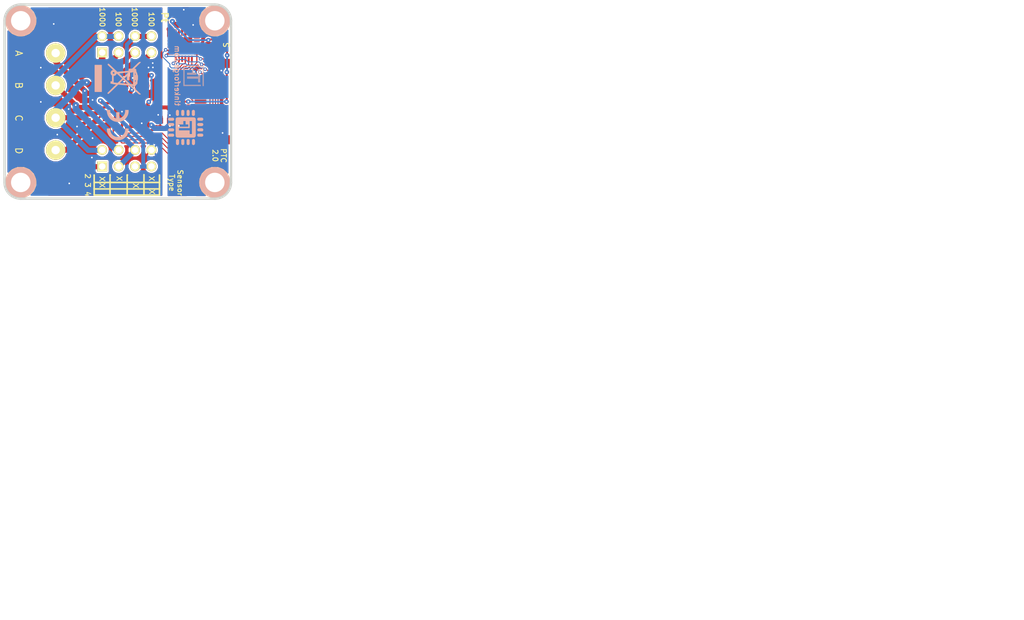
<source format=kicad_pcb>
(kicad_pcb (version 4) (host pcbnew 4.0.7-e2-6376~61~ubuntu18.04.1)
  (title_block (title "PTC Bricklet") (date "25 jun 2013") (rev 1.0) (company "Tinkerforge GmbH") (comment 1 "Licensed under CERN OHL v.1.1") (comment 2 "Copyright (©) 2013, B.Nordmeyer <bastian@tinkerforge.com>"))
  (layers (0 Vorderseite signal) (31 Rückseite signal hide) (34 B.Paste user) (35 F.Paste user) (36 B.SilkS user) (37 F.SilkS user) (38 B.Mask user) (39 F.Mask user) (44 Edge.Cuts user))
  (net 0 "")
  (net 1 AGND)
  (net 2 FORCE+)
  (net 3 FORCE-)
  (net 4 FORCE2)
  (net 5 GND)
  (net 6 RTDIN+)
  (net 7 RTDIN-)
  (net 8 VCC)
  (net 9 "Net-(P1-Pad4)")
  (net 10 "Net-(P1-Pad5)")
  (net 11 "Net-(P1-Pad6)")
  (net 12 "Net-(C1-Pad1)")
  (net 13 "Net-(C6-Pad1)")
  (net 14 "Net-(C7-Pad2)")
  (net 15 "Net-(C8-Pad2)")
  (net 16 "Net-(D1-Pad2)")
  (net 17 "Net-(P2-Pad1)")
  (net 18 "Net-(P3-Pad2)")
  (net 19 "Net-(R1-Pad1)")
  (net 20 "Net-(P4-Pad7)")
  (net 21 "Net-(R2-Pad2)")
  (net 22 "Net-(P4-Pad5)")
  (net 23 S-MISO)
  (net 24 S-MOSI)
  (net 25 S-CLK)
  (net 26 S-CS)
  (net 27 "Net-(RP2-Pad1)")
  (net 28 "Net-(RP2-Pad2)")
  (net 29 "Net-(RP2-Pad3)")
  (net 30 "Net-(RP2-Pad4)")
  (net 31 M-MISO)
  (net 32 M-MOSI)
  (net 33 M-CLK)
  (net 34 M-CS)
  (net 35 "Net-(P4-Pad6)")
  (module kicad-libraries:Fiducial_Mark (layer Vorderseite) (at 153.8 98.5)
    (fp_text reference Fiducial_Mark hide)
    (fp_text value VAL** hide)
    (pad 1 smd circle (at 0 0) (size 1.00076 1.00076) (layers Vorderseite F.Paste F.Mask) (clearance 0.65024))
  )
  (module kicad-libraries:Logo_31x31 (layer Rückseite) (at 155.7 82.55 90)
    (fp_text reference G*** hide)
    (fp_text value Logo_31x31 hide)
  )
  (module kicad-libraries:Fiducial_Mark (layer Vorderseite) (at 153.9 71.5)
    (fp_text reference Fiducial_Mark hide)
    (fp_text value VAL** hide)
    (pad 1 smd circle (at 0 0) (size 1.00076 1.00076) (layers Vorderseite F.Paste F.Mask) (clearance 0.65024))
  )
  (module kicad-libraries:Fiducial_Mark (layer Vorderseite) (at 130.9 98.4)
    (fp_text reference Fiducial_Mark hide)
    (fp_text value VAL** hide)
    (pad 1 smd circle (at 0 0) (size 1.00076 1.00076) (layers Vorderseite F.Paste F.Mask) (clearance 0.65024))
  )
  (module kicad-libraries:CE_5mm (layer Rückseite) (at 142.4 88.55 90)
    (fp_text reference VAL hide)
    (fp_text value CE_5mm hide)
  )
  (module kicad-libraries:WEEE_7mm (layer Rückseite) (at 142.4 81.35 90)
    (fp_text reference VAL hide)
    (fp_text value WEEE_7mm hide)
  )
  (module kicad-libraries:Fiducial_Mark (layer Vorderseite) (at 130.9 71.5)
    (fp_text reference Fiducial_Mark hide)
    (fp_text value VAL** hide)
    (pad 1 smd circle (at 0 0) (size 1.00076 1.00076) (layers Vorderseite F.Paste F.Mask) (clearance 0.65024))
  )
  (module kicad-libraries:DEBUG_PAD (layer Vorderseite) (at 150.3 73.75)
    (fp_text reference P2)
    (fp_text value Debug)
    (pad 1 smd circle (at 0 0) (size 0.7 0.7) (layers Vorderseite F.Paste F.Mask) (net 17 "Net-(P2-Pad1)"))
  )
  (module kicad-libraries:SolderJumper (layer Vorderseite) (at 151.55 71.3 180)
    (fp_text reference P3)
    (fp_text value Boot)
    (pad 2 smd rect (at 0.55 0 180) (size 0.3 1.4) (layers Vorderseite F.Mask) (net 18 "Net-(P3-Pad2)"))
    (pad 2 smd rect (at 0.15 0 180) (size 0.6 0.5) (layers Vorderseite F.Mask) (net 18 "Net-(P3-Pad2)"))
    (pad 1 smd rect (at -0.5 0 180) (size 0.4 1.4) (layers Vorderseite F.Mask) (net 5 GND))
    (pad 1 smd rect (at -0.225 0.55 180) (size 0.95 0.3) (layers Vorderseite F.Mask) (net 5 GND))
    (pad 1 smd rect (at -0.225 -0.55 180) (size 0.95 0.3) (layers Vorderseite F.Mask) (net 5 GND))
  )
  (module kicad-libraries:4X0402 (layer Vorderseite) (at 151.8 81.45)
    (fp_text reference RP1)
    (fp_text value 82)
    (pad 1 smd rect (at -0.7493 0.575 180) (size 0.29972 0.65) (layers Vorderseite F.Paste F.Mask) (net 9 "Net-(P1-Pad4)"))
    (pad 2 smd rect (at -0.24892 0.575 180) (size 0.29972 0.65) (layers Vorderseite F.Paste F.Mask) (net 10 "Net-(P1-Pad5)"))
    (pad 3 smd rect (at 0.24892 0.575 180) (size 0.29972 0.65) (layers Vorderseite F.Paste F.Mask) (net 11 "Net-(P1-Pad6)"))
    (pad 4 smd rect (at 0.7493 0.575 180) (size 0.29972 0.65) (layers Vorderseite F.Paste F.Mask) (net 12 "Net-(C1-Pad1)"))
    (pad 5 smd rect (at 0.7493 -0.575) (size 0.29972 0.65) (layers Vorderseite F.Paste F.Mask) (net 23 S-MISO))
    (pad 6 smd rect (at 0.24892 -0.575) (size 0.29972 0.65) (layers Vorderseite F.Paste F.Mask) (net 24 S-MOSI))
    (pad 7 smd rect (at -0.24892 -0.575) (size 0.29972 0.65) (layers Vorderseite F.Paste F.Mask) (net 25 S-CLK))
    (pad 8 smd rect (at -0.7493 -0.575) (size 0.29972 0.65) (layers Vorderseite F.Paste F.Mask) (net 26 S-CS))
  )
  (module kicad-libraries:QFN24-4x4mm-0.5mm (layer Vorderseite) (at 152.6 76.3 180)
    (fp_text reference U1)
    (fp_text value XMC1100)
    (pad 1 smd oval (at -2.025 -1.25 180) (size 1 0.3) (layers Vorderseite F.Paste F.Mask) (net 23 S-MISO))
    (pad 2 smd oval (at -2.025 -0.75 180) (size 1 0.3) (layers Vorderseite F.Paste F.Mask) (net 19 "Net-(R1-Pad1)"))
    (pad 3 smd oval (at -2.025 -0.25 180) (size 1 0.3) (layers Vorderseite F.Paste F.Mask))
    (pad 4 smd oval (at -2.025 0.25 180) (size 1 0.3) (layers Vorderseite F.Paste F.Mask))
    (pad 5 smd oval (at -2.025 0.75 180) (size 1 0.3) (layers Vorderseite F.Paste F.Mask))
    (pad 6 smd oval (at -2.025 1.25 180) (size 1 0.3) (layers Vorderseite F.Paste F.Mask))
    (pad 7 smd oval (at -1.25 2.025 270) (size 1 0.3) (layers Vorderseite F.Paste F.Mask))
    (pad 8 smd oval (at -0.75 2.025 270) (size 1 0.3) (layers Vorderseite F.Paste F.Mask))
    (pad 9 smd oval (at -0.25 2.025 270) (size 1 0.3) (layers Vorderseite F.Paste F.Mask) (net 5 GND))
    (pad 10 smd oval (at 0.25 2.025 270) (size 1 0.3) (layers Vorderseite F.Paste F.Mask) (net 8 VCC))
    (pad 11 smd oval (at 0.75 2.025 270) (size 1 0.3) (layers Vorderseite F.Paste F.Mask))
    (pad 12 smd oval (at 1.25 2.025 270) (size 1 0.3) (layers Vorderseite F.Paste F.Mask) (net 18 "Net-(P3-Pad2)"))
    (pad 13 smd oval (at 2.025 1.25 180) (size 1 0.3) (layers Vorderseite F.Paste F.Mask) (net 17 "Net-(P2-Pad1)"))
    (pad 14 smd oval (at 2.025 0.75 180) (size 1 0.3) (layers Vorderseite F.Paste F.Mask))
    (pad 15 smd oval (at 2.025 0.25 180) (size 1 0.3) (layers Vorderseite F.Paste F.Mask))
    (pad 16 smd oval (at 2.025 -0.25 180) (size 1 0.3) (layers Vorderseite F.Paste F.Mask))
    (pad 17 smd oval (at 2.025 -0.75 180) (size 1 0.3) (layers Vorderseite F.Paste F.Mask) (net 31 M-MISO))
    (pad 18 smd oval (at 2.025 -1.25 180) (size 1 0.3) (layers Vorderseite F.Paste F.Mask) (net 32 M-MOSI))
    (pad 19 smd oval (at 1.25 -2.025 270) (size 1 0.3) (layers Vorderseite F.Paste F.Mask) (net 33 M-CLK))
    (pad 20 smd oval (at 0.75 -2.025 270) (size 1 0.3) (layers Vorderseite F.Paste F.Mask) (net 34 M-CS))
    (pad 21 smd oval (at 0.25 -2.025 270) (size 1 0.3) (layers Vorderseite F.Paste F.Mask))
    (pad 22 smd oval (at -0.25 -2.025 270) (size 1 0.3) (layers Vorderseite F.Paste F.Mask) (net 26 S-CS))
    (pad 23 smd oval (at -0.75 -2.025 270) (size 1 0.3) (layers Vorderseite F.Paste F.Mask) (net 25 S-CLK))
    (pad 24 smd oval (at -1.25 -2.025 270) (size 1 0.3) (layers Vorderseite F.Paste F.Mask) (net 24 S-MOSI))
    (pad EXP smd rect (at 0.65 0.65 180) (size 1.3 1.3) (layers Vorderseite F.Paste F.Mask) (net 5 GND))
    (pad EXP smd rect (at 0.65 -0.65 180) (size 1.3 1.3) (layers Vorderseite F.Paste F.Mask) (net 5 GND))
    (pad EXP smd rect (at -0.65 0.65 180) (size 1.3 1.3) (layers Vorderseite F.Paste F.Mask) (net 5 GND))
    (pad EXP smd rect (at -0.65 -0.65 180) (size 1.3 1.3) (layers Vorderseite F.Paste F.Mask) (net 5 GND))
  )
  (module kicad-libraries:pin_array_4x2 (layer Vorderseite) (at 143.8 76.1)
    (fp_text reference P4)
    (fp_text value CONN_02X04 hide)
    (pad 1 thru_hole rect (at -3.81 1.27) (size 1.524 1.524) (drill 1.016) (layers *.Cu *.Mask F.SilkS) (net 15 "Net-(C8-Pad2)"))
    (pad 2 thru_hole circle (at -3.81 -1.27) (size 1.524 1.524) (drill 1.016) (layers *.Cu *.Mask F.SilkS) (net 6 RTDIN+))
    (pad 3 thru_hole circle (at -1.27 1.27) (size 1.524 1.524) (drill 1.016) (layers *.Cu *.Mask F.SilkS) (net 14 "Net-(C7-Pad2)"))
    (pad 4 thru_hole circle (at -1.27 -1.27) (size 1.524 1.524) (drill 1.016) (layers *.Cu *.Mask F.SilkS) (net 6 RTDIN+))
    (pad 5 thru_hole circle (at 1.27 1.27) (size 1.524 1.524) (drill 1.016) (layers *.Cu *.Mask F.SilkS) (net 22 "Net-(P4-Pad5)"))
    (pad 6 thru_hole circle (at 1.27 -1.27) (size 1.524 1.524) (drill 1.016) (layers *.Cu *.Mask F.SilkS) (net 35 "Net-(P4-Pad6)"))
    (pad 7 thru_hole circle (at 3.81 1.27) (size 1.524 1.524) (drill 1.016) (layers *.Cu *.Mask F.SilkS) (net 20 "Net-(P4-Pad7)"))
    (pad 8 thru_hole circle (at 3.81 -1.27) (size 1.524 1.524) (drill 1.016) (layers *.Cu *.Mask F.SilkS) (net 35 "Net-(P4-Pad6)"))
  )
  (module kicad-libraries:pin_array_4x2 (layer Vorderseite) (at 143.8 93.7)
    (fp_text reference P5)
    (fp_text value CONN_02X04 hide)
    (pad 1 thru_hole rect (at -3.81 1.27) (size 1.524 1.524) (drill 1.016) (layers *.Cu *.Mask F.SilkS) (net 3 FORCE-))
    (pad 2 thru_hole circle (at -3.81 -1.27) (size 1.524 1.524) (drill 1.016) (layers *.Cu *.Mask F.SilkS) (net 7 RTDIN-))
    (pad 3 thru_hole circle (at -1.27 1.27) (size 1.524 1.524) (drill 1.016) (layers *.Cu *.Mask F.SilkS) (net 2 FORCE+))
    (pad 4 thru_hole circle (at -1.27 -1.27) (size 1.524 1.524) (drill 1.016) (layers *.Cu *.Mask F.SilkS) (net 6 RTDIN+))
    (pad 5 thru_hole circle (at 1.27 1.27) (size 1.524 1.524) (drill 1.016) (layers *.Cu *.Mask F.SilkS) (net 4 FORCE2))
    (pad 6 thru_hole circle (at 1.27 -1.27) (size 1.524 1.524) (drill 1.016) (layers *.Cu *.Mask F.SilkS) (net 2 FORCE+))
    (pad 7 thru_hole circle (at 3.81 1.27) (size 1.524 1.524) (drill 1.016) (layers *.Cu *.Mask F.SilkS) (net 4 FORCE2))
    (pad 8 thru_hole circle (at 3.81 -1.27) (size 1.524 1.524) (drill 1.016) (layers *.Cu *.Mask F.SilkS) (net 1 AGND))
  )
  (module kicad-libraries:Logo_CoMCU (layer Rückseite) (at 152.9 88.95 90)
    (fp_text reference G*** hide)
    (fp_text value LOGO hide)
  )
  (module kicad-libraries:C0402F (layer Vorderseite) (at 153.5 81.45 90)
    (fp_text reference C1)
    (fp_text value 220pF)
    (pad 2 smd rect (at 0.5 0 90) (size 0.6 0.7) (layers Vorderseite F.Paste F.Mask) (net 5 GND))
    (pad 1 smd rect (at -0.5 0 90) (size 0.6 0.7) (layers Vorderseite F.Paste F.Mask) (net 12 "Net-(C1-Pad1)"))
  )
  (module kicad-libraries:C0805 (layer Vorderseite) (at 153.2 86.9 270)
    (fp_text reference C2)
    (fp_text value 10uF)
    (pad 1 smd rect (at -1.00076 0 270) (size 1.00076 1.24968) (layers Vorderseite F.Paste F.Mask) (net 8 VCC) (clearance 0.14986))
    (pad 2 smd rect (at 1.00076 0 270) (size 1.00076 1.24968) (layers Vorderseite F.Paste F.Mask) (net 5 GND) (clearance 0.14986))
  )
  (module kicad-libraries:C0603F (layer Vorderseite) (at 151.8 87.1 270)
    (fp_text reference C3)
    (fp_text value 100nF)
    (pad 1 smd rect (at -0.75 0 270) (size 0.9 0.9) (layers Vorderseite F.Paste F.Mask) (net 8 VCC))
    (pad 2 smd rect (at 0.75 0 270) (size 0.9 0.9) (layers Vorderseite F.Paste F.Mask) (net 5 GND))
  )
  (module kicad-libraries:C0603F (layer Vorderseite) (at 152.35 73.1)
    (fp_text reference C4)
    (fp_text value 100nF)
    (pad 1 smd rect (at -0.75 0) (size 0.9 0.9) (layers Vorderseite F.Paste F.Mask) (net 8 VCC))
    (pad 2 smd rect (at 0.75 0) (size 0.9 0.9) (layers Vorderseite F.Paste F.Mask) (net 5 GND))
  )
  (module kicad-libraries:C0603F (layer Vorderseite) (at 146.9 86.6 90)
    (fp_text reference C5)
    (fp_text value 100nF)
    (pad 1 smd rect (at -0.75 0 90) (size 0.9 0.9) (layers Vorderseite F.Paste F.Mask) (net 5 GND))
    (pad 2 smd rect (at 0.75 0 90) (size 0.9 0.9) (layers Vorderseite F.Paste F.Mask) (net 8 VCC))
  )
  (module kicad-libraries:C0603F (layer Vorderseite) (at 145.5 81.7 90)
    (fp_text reference C6)
    (fp_text value 100nF)
    (pad 1 smd rect (at -0.75 0 90) (size 0.9 0.9) (layers Vorderseite F.Paste F.Mask) (net 13 "Net-(C6-Pad1)"))
    (pad 2 smd rect (at 0.75 0 90) (size 0.9 0.9) (layers Vorderseite F.Paste F.Mask) (net 1 AGND))
  )
  (module kicad-libraries:C0603F (layer Vorderseite) (at 140.1 81.6 90)
    (fp_text reference C7)
    (fp_text value 10nF)
    (pad 1 smd rect (at -0.75 0 90) (size 0.9 0.9) (layers Vorderseite F.Paste F.Mask) (net 7 RTDIN-))
    (pad 2 smd rect (at 0.75 0 90) (size 0.9 0.9) (layers Vorderseite F.Paste F.Mask) (net 14 "Net-(C7-Pad2)"))
  )
  (module kicad-libraries:C0603F (layer Vorderseite) (at 138.7 81.6 90)
    (fp_text reference C8)
    (fp_text value 100nF)
    (pad 1 smd rect (at -0.75 0 90) (size 0.9 0.9) (layers Vorderseite F.Paste F.Mask) (net 7 RTDIN-))
    (pad 2 smd rect (at 0.75 0 90) (size 0.9 0.9) (layers Vorderseite F.Paste F.Mask) (net 15 "Net-(C8-Pad2)"))
  )
  (module kicad-libraries:D0603F (layer Vorderseite) (at 157.15 76.2)
    (fp_text reference D1)
    (fp_text value blue)
    (pad 1 smd rect (at -0.75 0) (size 0.9 0.9) (layers Vorderseite F.Paste F.Mask) (net 8 VCC))
    (pad 2 smd rect (at 0.75 0) (size 0.9 0.9) (layers Vorderseite F.Paste F.Mask) (net 16 "Net-(D1-Pad2)"))
  )
  (module kicad-libraries:R0603F (layer Vorderseite) (at 149.7 87.9)
    (fp_text reference FB1)
    (fp_text value FB)
    (pad 1 smd rect (at -0.75 0) (size 0.9 0.9) (layers Vorderseite F.Paste F.Mask) (net 1 AGND))
    (pad 2 smd rect (at 0.75 0) (size 0.9 0.9) (layers Vorderseite F.Paste F.Mask) (net 5 GND))
  )
  (module kicad-libraries:R0603F (layer Vorderseite) (at 146.8 81.7 270)
    (fp_text reference FB2)
    (fp_text value FB)
    (pad 1 smd rect (at -0.75 0 270) (size 0.9 0.9) (layers Vorderseite F.Paste F.Mask) (net 8 VCC))
    (pad 2 smd rect (at 0.75 0 270) (size 0.9 0.9) (layers Vorderseite F.Paste F.Mask) (net 13 "Net-(C6-Pad1)"))
  )
  (module kicad-libraries:AKL_5_2 (layer Vorderseite) (at 132.79882 79.94904 90)
    (fp_text reference J1)
    (fp_text value AKL_5_2)
    (pad 1 thru_hole circle (at -2.49936 0 90) (size 2.99974 2.99974) (drill 1.30048) (layers *.Cu *.Mask F.SilkS) (net 6 RTDIN+))
    (pad 2 thru_hole circle (at 2.49936 0 90) (size 2.99974 2.99974) (drill 1.30048) (layers *.Cu *.Mask F.SilkS) (net 2 FORCE+))
  )
  (module kicad-libraries:AKL_5_2 (layer Vorderseite) (at 132.79882 89.94902 90)
    (fp_text reference J2)
    (fp_text value AKL_5_2)
    (pad 1 thru_hole circle (at -2.49936 0 90) (size 2.99974 2.99974) (drill 1.30048) (layers *.Cu *.Mask F.SilkS) (net 3 FORCE-))
    (pad 2 thru_hole circle (at 2.49936 0 90) (size 2.99974 2.99974) (drill 1.30048) (layers *.Cu *.Mask F.SilkS) (net 7 RTDIN-))
  )
  (module kicad-libraries:CON-SENSOR2 (layer Vorderseite) (at 159.79902 84.9503 90)
    (fp_text reference P1)
    (fp_text value CON-SENSOR)
    (pad 1 smd rect (at -3.75 -4.6 90) (size 0.6 1.8) (layers Vorderseite F.Paste F.Mask))
    (pad 2 smd rect (at -2.5 -4.6 90) (size 0.6 1.8) (layers Vorderseite F.Paste F.Mask) (net 5 GND))
    (pad EP smd rect (at -5.9 -1.2 90) (size 1.4 2.4) (layers Vorderseite F.Paste F.Mask) (net 5 GND))
    (pad EP smd rect (at 5.9 -1.2 90) (size 1.4 2.4) (layers Vorderseite F.Paste F.Mask) (net 5 GND))
    (pad 3 smd rect (at -1.25 -4.6 90) (size 0.6 1.8) (layers Vorderseite F.Paste F.Mask) (net 8 VCC))
    (pad 4 smd rect (at 0 -4.6 90) (size 0.6 1.8) (layers Vorderseite F.Paste F.Mask) (net 9 "Net-(P1-Pad4)"))
    (pad 5 smd rect (at 1.25 -4.6 90) (size 0.6 1.8) (layers Vorderseite F.Paste F.Mask) (net 10 "Net-(P1-Pad5)"))
    (pad 6 smd rect (at 2.5 -4.6 90) (size 0.6 1.8) (layers Vorderseite F.Paste F.Mask) (net 11 "Net-(P1-Pad6)"))
    (pad 7 smd rect (at 3.75 -4.6 90) (size 0.6 1.8) (layers Vorderseite F.Paste F.Mask) (net 12 "Net-(C1-Pad1)"))
  )
  (module kicad-libraries:R0603F (layer Vorderseite) (at 157.15 77.5)
    (fp_text reference R1)
    (fp_text value 1k)
    (pad 1 smd rect (at -0.75 0) (size 0.9 0.9) (layers Vorderseite F.Paste F.Mask) (net 19 "Net-(R1-Pad1)"))
    (pad 2 smd rect (at 0.75 0) (size 0.9 0.9) (layers Vorderseite F.Paste F.Mask) (net 16 "Net-(D1-Pad2)"))
  )
  (module kicad-libraries:R0805 (layer Vorderseite) (at 143.4 81.5 270)
    (fp_text reference R2)
    (fp_text value "390 0.1%")
    (pad 1 smd rect (at -1.00076 0 270) (size 1.00076 1.24968) (layers Vorderseite F.Paste F.Mask) (net 20 "Net-(P4-Pad7)") (clearance 0.14986))
    (pad 2 smd rect (at 1.00076 0 270) (size 1.00076 1.24968) (layers Vorderseite F.Paste F.Mask) (net 21 "Net-(R2-Pad2)") (clearance 0.14986))
  )
  (module kicad-libraries:R0805 (layer Vorderseite) (at 141.8 81.5 270)
    (fp_text reference R3)
    (fp_text value "3k9 0.1%")
    (pad 1 smd rect (at -1.00076 0 270) (size 1.00076 1.24968) (layers Vorderseite F.Paste F.Mask) (net 22 "Net-(P4-Pad5)") (clearance 0.14986))
    (pad 2 smd rect (at 1.00076 0 270) (size 1.00076 1.24968) (layers Vorderseite F.Paste F.Mask) (net 21 "Net-(R2-Pad2)") (clearance 0.14986))
  )
  (module kicad-libraries:0603X4 (layer Vorderseite) (at 152.2 92.3 90)
    (fp_text reference RP2)
    (fp_text value 100)
    (pad 1 smd rect (at 1.19888 -0.8509 90) (size 0.44958 0.89916) (layers Vorderseite F.Paste F.Mask) (net 27 "Net-(RP2-Pad1)"))
    (pad 2 smd rect (at 0.39878 -0.8509 90) (size 0.44958 0.89916) (layers Vorderseite F.Paste F.Mask) (net 28 "Net-(RP2-Pad2)"))
    (pad 3 smd rect (at -0.39878 -0.8509 90) (size 0.44958 0.89916) (layers Vorderseite F.Paste F.Mask) (net 29 "Net-(RP2-Pad3)"))
    (pad 4 smd rect (at -1.19888 -0.8509 90) (size 0.44958 0.89916) (layers Vorderseite F.Paste F.Mask) (net 30 "Net-(RP2-Pad4)"))
    (pad 5 smd rect (at -1.19888 0.8509 90) (size 0.44958 0.89916) (layers Vorderseite F.Paste F.Mask) (net 32 M-MOSI))
    (pad 6 smd rect (at -0.39878 0.8509 90) (size 0.44958 0.89916) (layers Vorderseite F.Paste F.Mask) (net 33 M-CLK))
    (pad 7 smd rect (at 0.39878 0.8509 90) (size 0.44958 0.89916) (layers Vorderseite F.Paste F.Mask) (net 34 M-CS))
    (pad 8 smd rect (at 1.19888 0.8509 90) (size 0.44958 0.89916) (layers Vorderseite F.Paste F.Mask) (net 31 M-MISO))
  )
  (module kicad-libraries:QFN-20-5x5 (layer Vorderseite) (at 143.05026 86.4997 180)
    (fp_text reference U2)
    (fp_text value MAX31865)
    (pad 1 smd rect (at -1.29794 2.3876) (size 0.34798 1.14808) (layers Vorderseite F.Paste F.Mask) (net 35 "Net-(P4-Pad6)"))
    (pad 2 smd rect (at -0.6477 2.3876) (size 0.34798 1.14808) (layers Vorderseite F.Paste F.Mask) (net 35 "Net-(P4-Pad6)"))
    (pad 3 smd rect (at 0 2.3876) (size 0.34798 1.14808) (layers Vorderseite F.Paste F.Mask) (net 21 "Net-(R2-Pad2)"))
    (pad 4 smd rect (at 0.6477 2.3876) (size 0.34798 1.14808) (layers Vorderseite F.Paste F.Mask) (net 21 "Net-(R2-Pad2)"))
    (pad 5 smd rect (at 1.29794 2.3876) (size 0.34798 1.14808) (layers Vorderseite F.Paste F.Mask) (net 2 FORCE+))
    (pad 6 smd rect (at 2.3876 1.29794 90) (size 0.34798 1.14808) (layers Vorderseite F.Paste F.Mask) (net 4 FORCE2))
    (pad 7 smd rect (at 2.3876 0.6477 90) (size 0.34798 1.14808) (layers Vorderseite F.Paste F.Mask) (net 6 RTDIN+))
    (pad 8 smd rect (at 2.3876 0 90) (size 0.34798 1.14808) (layers Vorderseite F.Paste F.Mask) (net 7 RTDIN-))
    (pad 9 smd rect (at 2.3876 -0.6477 90) (size 0.34798 1.14808) (layers Vorderseite F.Paste F.Mask) (net 3 FORCE-))
    (pad 10 smd rect (at 2.3876 -1.29794 90) (size 0.34798 1.14808) (layers Vorderseite F.Paste F.Mask) (net 1 AGND))
    (pad 11 smd rect (at 1.29794 -2.3876 180) (size 0.34798 1.14808) (layers Vorderseite F.Paste F.Mask) (net 30 "Net-(RP2-Pad4)"))
    (pad 12 smd rect (at 0.6477 -2.3876 180) (size 0.34798 1.14808) (layers Vorderseite F.Paste F.Mask) (net 29 "Net-(RP2-Pad3)"))
    (pad 13 smd rect (at 0 -2.3876 180) (size 0.34798 1.14808) (layers Vorderseite F.Paste F.Mask) (net 28 "Net-(RP2-Pad2)"))
    (pad 14 smd rect (at -0.6477 -2.3876 180) (size 0.34798 1.14808) (layers Vorderseite F.Paste F.Mask) (net 27 "Net-(RP2-Pad1)"))
    (pad 15 smd rect (at -1.29794 -2.3876 180) (size 0.34798 1.14808) (layers Vorderseite F.Paste F.Mask) (net 5 GND))
    (pad 16 smd rect (at -2.3876 -1.29794 270) (size 0.34798 1.14808) (layers Vorderseite F.Paste F.Mask) (net 1 AGND))
    (pad 17 smd rect (at -2.3876 -0.6477 270) (size 0.34798 1.14808) (layers Vorderseite F.Paste F.Mask))
    (pad 18 smd rect (at -2.3876 0 270) (size 0.34798 1.14808) (layers Vorderseite F.Paste F.Mask))
    (pad 19 smd rect (at -2.3876 0.6477 270) (size 0.34798 1.14808) (layers Vorderseite F.Paste F.Mask) (net 8 VCC))
    (pad 20 smd rect (at -2.3876 1.29794 270) (size 0.34798 1.14808) (layers Vorderseite F.Paste F.Mask) (net 13 "Net-(C6-Pad1)"))
    (pad EP smd rect (at 0 0 180) (size 2.49936 2.49936) (layers Vorderseite F.Paste F.Mask) (net 1 AGND))
  )
  (module kicad-libraries:DRILL_NP (layer Vorderseite) (at 157.40126 97.44964 90)
    (fp_text reference U3 hide)
    (fp_text value DRILL hide)
    (pad "" np_thru_hole circle (at 0 0 90) (size 2.99974 2.99974) (drill 2.99974) (layers *.Cu *.Mask F.SilkS) (clearance 0.89916))
  )
  (module kicad-libraries:DRILL_NP (layer Vorderseite) (at 127.39878 97.44964)
    (fp_text reference U4 hide)
    (fp_text value DRILL hide)
    (pad "" np_thru_hole circle (at 0 0) (size 2.99974 2.99974) (drill 2.99974) (layers *.Cu *.Mask F.SilkS) (clearance 0.89916))
  )
  (module kicad-libraries:DRILL_NP (layer Vorderseite) (at 127.39878 72.45096 90)
    (fp_text reference U5 hide)
    (fp_text value DRILL hide)
    (pad "" np_thru_hole circle (at 0 0 90) (size 2.99974 2.99974) (drill 2.99974) (layers *.Cu *.Mask F.SilkS) (clearance 0.89916))
  )
  (module kicad-libraries:DRILL_NP (layer Vorderseite) (at 157.40126 72.45096)
    (fp_text reference U6 hide)
    (fp_text value DRILL hide)
    (pad "" np_thru_hole circle (at 0 0) (size 2.99974 2.99974) (drill 2.99974) (layers *.Cu *.Mask F.SilkS) (clearance 0.89916))
  )
  (gr_text tinkerforge.com (at 151.6 80.95 270) (layer B.SilkS) (effects (font (size 0.8001 0.8001) (thickness 0.14986)) (justify mirror)))
  (gr_text S (at 159.1 76.2 270) (layer F.SilkS) (effects (font (size 0.8001 0.8001) (thickness 0.14986))))
  (gr_text X (at 147.74926 98.89998 90) (layer F.SilkS) (effects (font (size 0.8001 0.8001) (thickness 0.14986))))
  (gr_text X (at 147.701 96.8502 90) (layer F.SilkS) (effects (font (size 0.8001 0.8001) (thickness 0.14986))))
  (gr_text X (at 145.2499 97.95002 90) (layer F.SilkS) (effects (font (size 0.8001 0.8001) (thickness 0.14986))))
  (gr_text X (at 142.69974 96.8502 90) (layer F.SilkS) (effects (font (size 0.8001 0.8001) (thickness 0.14986))))
  (gr_text X (at 140.05052 97.89922 90) (layer F.SilkS) (effects (font (size 0.8001 0.8001) (thickness 0.14986))))
  (gr_text X (at 140.05052 96.901 90) (layer F.SilkS) (effects (font (size 0.8001 0.8001) (thickness 0.14986))))
  (gr_text "2 3 4" (at 137.74928 97.85096 270) (layer F.SilkS) (effects (font (size 0.8001 0.8001) (thickness 0.14986))))
  (gr_line (start 138.75004 98.4504) (end 138.75004 98.3996) (angle 90) (layer F.SilkS) (width 0.24892))
  (gr_line (start 148.84908 98.4504) (end 138.75004 98.4504) (angle 90) (layer F.SilkS) (width 0.24892))
  (gr_line (start 138.75004 97.44964) (end 148.84908 97.44964) (angle 90) (layer F.SilkS) (width 0.24892))
  (gr_line (start 141.20114 96.29902) (end 141.2494 96.29902) (angle 90) (layer F.SilkS) (width 0.24892))
  (gr_line (start 141.20114 99.40036) (end 141.20114 96.29902) (angle 90) (layer F.SilkS) (width 0.24892))
  (gr_line (start 143.85036 96.29902) (end 143.90116 96.29902) (angle 90) (layer F.SilkS) (width 0.24892))
  (gr_line (start 143.85036 99.45116) (end 143.85036 96.29902) (angle 90) (layer F.SilkS) (width 0.24892))
  (gr_line (start 146.44878 99.40036) (end 146.44878 96.25076) (angle 90) (layer F.SilkS) (width 0.24892))
  (gr_line (start 148.84908 99.40036) (end 148.84908 96.29902) (angle 90) (layer F.SilkS) (width 0.24892))
  (gr_line (start 138.75004 99.40036) (end 148.84908 99.40036) (angle 90) (layer F.SilkS) (width 0.24892))
  (gr_line (start 138.75004 96.29902) (end 138.75004 99.40036) (angle 90) (layer F.SilkS) (width 0.24892))
  (gr_text "A     B     C     D" (at 127.09906 85.04936 270) (layer F.SilkS) (effects (font (size 1.04902 1.04902) (thickness 0.14986))))
  (gr_text "PTC\n2.0" (at 158.1 93.3 270) (layer F.SilkS) (effects (font (size 0.8001 0.8001) (thickness 0.14986))))
  (gr_text "Sensor\nType" (at 151.39924 97.50044 270) (layer F.SilkS) (effects (font (size 0.8001 0.8001) (thickness 0.14986))))
  (gr_text Pt (at 149.64918 71.89978 270) (layer F.SilkS) (effects (font (size 1.00076 1.00076) (thickness 0.20066))))
  (gr_line (start 124.89942 97.44964) (end 124.89942 72.45096) (angle 90) (layer Edge.Cuts) (width 0.381))
  (gr_line (start 159.90062 72.45096) (end 159.90062 97.44964) (angle 90) (layer Edge.Cuts) (width 0.381))
  (gr_line (start 127.39878 69.94906) (end 157.40126 69.94906) (angle 90) (layer Edge.Cuts) (width 0.381))
  (gr_text 1000 (at 139.99972 71.89978 270) (layer F.SilkS) (effects (font (size 0.8001 0.8001) (thickness 0.14986))))
  (gr_text 100 (at 142.49908 72.2503 270) (layer F.SilkS) (effects (font (size 0.8001 0.8001) (thickness 0.14986))))
  (gr_text 1000 (at 145.00098 71.89978 270) (layer F.SilkS) (effects (font (size 0.8001 0.8001) (thickness 0.14986))))
  (gr_text 100 (at 147.5994 72.2503 270) (layer F.SilkS) (effects (font (size 0.8001 0.8001) (thickness 0.14986))))
  (gr_line (start 157.40126 99.949) (end 127.39878 99.949) (angle 90) (layer Edge.Cuts) (width 0.381))
  (gr_arc (start 157.40126 97.44964) (end 159.90062 97.44964) (angle 90) (layer Edge.Cuts) (width 0.381))
  (gr_arc (start 157.40126 72.45096) (end 157.40126 69.9516) (angle 90) (layer Edge.Cuts) (width 0.381))
  (gr_arc (start 127.40132 72.45096) (end 124.89942 72.45096) (angle 90) (layer Edge.Cuts) (width 0.381))
  (gr_arc (start 127.40132 97.44964) (end 127.40132 99.949) (angle 90) (layer Edge.Cuts) (width 0.381))
  (segment (start 148.95 87.9) (end 148.95 87.3) (width 0.8001) (layer Vorderseite) (net 1))
  (via (at 148.65 87) (size 0.7) (drill 0.25) (layers Vorderseite Rückseite) (net 1))
  (segment (start 148.95 87.3) (end 148.65 87) (width 0.8001) (layer Vorderseite) (net 1))
  (segment (start 130.50012 88.00084) (end 130.50012 85.0011) (width 0.29972) (layer Vorderseite) (net 1))
  (segment (start 132.5499 90.05062) (end 130.50012 88.00084) (width 0.29972) (layer Vorderseite) (net 1))
  (segment (start 130.50012 79.70012) (end 130.50012 85.0011) (width 0.29972) (layer Vorderseite) (net 1))
  (via (at 132.4991 72.9488) (size 0.70104) (layers Vorderseite Rückseite) (net 1))
  (segment (start 130.50012 74.94778) (end 132.4991 72.9488) (width 0.29972) (layer Vorderseite) (net 1))
  (segment (start 143.05026 86.4997) (end 143.05026 85.34908) (width 0.29972) (layer Rückseite) (net 1))
  (via (at 138.50112 84.69884) (size 0.70104) (layers Vorderseite Rückseite) (net 1))
  (segment (start 139.49934 83.70062) (end 138.50112 84.69884) (width 0.29972) (layer Rückseite) (net 1))
  (segment (start 141.4018 83.70062) (end 139.49934 83.70062) (width 0.29972) (layer Rückseite) (net 1))
  (segment (start 143.05026 85.34908) (end 141.4018 83.70062) (width 0.29972) (layer Rückseite) (net 1))
  (segment (start 136.10082 88.80094) (end 136.10082 88.50122) (width 0.29972) (layer Rückseite) (net 1))
  (segment (start 137.89914 90.59926) (end 136.10082 88.80094) (width 0.29972) (layer Rückseite) (net 1))
  (via (at 130.50012 85.0011) (size 0.70104) (layers Vorderseite Rückseite) (net 1))
  (segment (start 136.10082 88.80094) (end 134.29996 88.80094) (width 0.29972) (layer Vorderseite) (net 1))
  (via (at 136.10082 88.80094) (size 0.70104) (layers Vorderseite Rückseite) (net 1))
  (via (at 133.05028 90.05062) (size 0.70104) (layers Vorderseite Rückseite) (net 1))
  (segment (start 134.29996 88.80094) (end 133.05028 90.05062) (width 0.29972) (layer Vorderseite) (net 1))
  (segment (start 133.05028 90.05062) (end 132.5499 90.05062) (width 0.29972) (layer Vorderseite) (net 1))
  (via (at 130.50012 79.70012) (size 0.70104) (layers Vorderseite Rückseite) (net 1))
  (segment (start 130.50012 79.70012) (end 130.50012 74.94778) (width 0.29972) (layer Vorderseite) (net 1))
  (segment (start 138.39952 94.09938) (end 134.8994 97.5995) (width 0.29972) (layer Rückseite) (net 1))
  (via (at 134.8994 97.5995) (size 0.70104) (layers Vorderseite Rückseite) (net 1))
  (segment (start 134.8994 97.5995) (end 134.85114 97.55124) (width 0.29972) (layer Vorderseite) (net 1))
  (segment (start 134.85114 97.55124) (end 134.85114 97.50044) (width 0.29972) (layer Vorderseite) (net 1))
  (segment (start 138.50112 90.59926) (end 138.50112 93.4974) (width 0.29972) (layer Vorderseite) (net 1))
  (via (at 138.39952 93.599) (size 0.70104) (layers Vorderseite Rückseite) (net 1))
  (segment (start 138.50112 93.4974) (end 138.39952 93.599) (width 0.29972) (layer Vorderseite) (net 1))
  (segment (start 138.39952 93.599) (end 138.39952 94.09938) (width 0.29972) (layer Rückseite) (net 1))
  (segment (start 143.05026 86.4997) (end 143.97498 85.57498) (width 0.59944) (layer Rückseite) (net 1))
  (segment (start 136.10082 88.50122) (end 134.80034 87.20074) (width 0.29972) (layer Rückseite) (net 1))
  (segment (start 134.80034 87.20074) (end 134.80034 86.10092) (width 0.29972) (layer Rückseite) (net 1))
  (via (at 134.80034 86.10092) (size 0.70104) (layers Vorderseite Rückseite) (net 1))
  (segment (start 138.50112 90.59926) (end 137.89914 90.59926) (width 0.29972) (layer Rückseite) (net 1))
  (segment (start 140.66266 88.43772) (end 138.50112 90.59926) (width 0.29972) (layer Vorderseite) (net 1))
  (via (at 138.50112 90.59926) (size 0.70104) (layers Vorderseite Rückseite) (net 1))
  (segment (start 140.66266 87.79764) (end 140.66266 88.43772) (width 0.29972) (layer Vorderseite) (net 1))
  (segment (start 147.60956 89.80932) (end 146.1008 88.30056) (width 0.59944) (layer Rückseite) (net 1))
  (segment (start 147.60956 92.47886) (end 147.60956 89.80932) (width 0.59944) (layer Rückseite) (net 1))
  (segment (start 145.43786 87.79764) (end 145.59788 87.79764) (width 0.29972) (layer Vorderseite) (net 1))
  (segment (start 144.57934 86.4997) (end 143.05026 86.4997) (width 0.59944) (layer Rückseite) (net 1))
  (segment (start 146.1008 88.02116) (end 144.57934 86.4997) (width 0.59944) (layer Rückseite) (net 1))
  (via (at 143.05026 86.4997) (size 0.70104) (layers Vorderseite Rückseite) (net 1))
  (segment (start 141.75232 87.79764) (end 143.05026 86.4997) (width 0.29972) (layer Vorderseite) (net 1))
  (segment (start 141.75232 87.79764) (end 140.66266 87.79764) (width 0.29972) (layer Vorderseite) (net 1))
  (segment (start 146.1008 88.30056) (end 146.1008 88.02116) (width 0.59944) (layer Rückseite) (net 1))
  (segment (start 145.59788 87.79764) (end 146.1008 88.30056) (width 0.29972) (layer Vorderseite) (net 1))
  (via (at 146.1008 88.30056) (size 0.70104) (layers Vorderseite Rückseite) (net 1))
  (segment (start 145.82502 85.57498) (end 146.3 85.1) (width 0.59944) (layer Rückseite) (net 1))
  (segment (start 146.3 85.1) (end 146.3 82.89906) (width 0.59944) (layer Rückseite) (net 1))
  (segment (start 143.97498 85.57498) (end 145.82502 85.57498) (width 0.59944) (layer Rückseite) (net 1))
  (segment (start 146.3 82.89906) (end 145.5293 82.12836) (width 0.59944) (layer Rückseite) (net 1))
  (segment (start 145.5293 82.12836) (end 144.70126 81.30032) (width 0.59944) (layer Rückseite) (net 1))
  (via (at 144.70126 81.30032) (size 0.70104) (layers Vorderseite Rückseite) (net 1))
  (segment (start 144.70126 81.30032) (end 145.5293 81.30032) (width 0.59944) (layer Rückseite) (net 1))
  (segment (start 145.5293 81.30032) (end 147.14982 79.6798) (width 0.59944) (layer Rückseite) (net 1))
  (segment (start 147.15998 79.66964) (end 147.14982 79.6798) (width 0.59944) (layer Vorderseite) (net 1))
  (via (at 147.14982 79.6798) (size 0.70104) (layers Vorderseite Rückseite) (net 1))
  (segment (start 147.83054 79.66964) (end 147.15998 79.66964) (width 0.59944) (layer Vorderseite) (net 1))
  (segment (start 145.10258 80.899) (end 144.70126 81.30032) (width 0.59944) (layer Vorderseite) (net 1))
  (segment (start 145.54962 80.899) (end 145.10258 80.899) (width 0.59944) (layer Vorderseite) (net 1))
  (segment (start 147.83054 79.66964) (end 147.83054 79.02956) (width 0.29972) (layer Vorderseite) (net 1))
  (via (at 147.83054 79.66964) (size 0.70104) (layers Vorderseite Rückseite) (net 1))
  (via (at 147.80006 78.99908) (size 0.70104) (layers Vorderseite Rückseite) (net 1))
  (segment (start 147.83054 79.02956) (end 147.80006 78.99908) (width 0.29972) (layer Vorderseite) (net 1))
  (segment (start 147.8407 79.65948) (end 147.83054 79.66964) (width 0.59944) (layer Vorderseite) (net 1))
  (segment (start 147.8407 79.65948) (end 148.57984 79.65948) (width 0.59944) (layer Vorderseite) (net 1))
  (segment (start 141.75232 84.1121) (end 141.75232 84.05368) (width 0.29972) (layer Vorderseite) (net 2))
  (segment (start 141.75232 84.05368) (end 141.39672 83.69808) (width 0.29972) (layer Vorderseite) (net 2))
  (segment (start 143.52524 90.77452) (end 142.27556 90.77452) (width 0.8001) (layer Rückseite) (net 2))
  (segment (start 142.27556 90.77452) (end 137.2997 85.79866) (width 0.8001) (layer Rückseite) (net 2))
  (segment (start 145.06956 92.47886) (end 145.06956 92.31884) (width 0.8001) (layer Rückseite) (net 2))
  (segment (start 145.06956 92.31884) (end 143.52524 90.77452) (width 0.8001) (layer Rückseite) (net 2))
  (segment (start 142.52956 95.01886) (end 145.06956 92.47886) (width 0.8001) (layer Rückseite) (net 2))
  (segment (start 137.2997 83.2993) (end 132.79882 78.79842) (width 0.8001) (layer Vorderseite) (net 2))
  (segment (start 132.79882 78.79842) (end 132.79882 77.44968) (width 0.8001) (layer Vorderseite) (net 2))
  (segment (start 137.69848 83.69808) (end 137.2997 83.2993) (width 0.8001) (layer Vorderseite) (net 2))
  (via (at 137.2997 83.2993) (size 0.70104) (layers Vorderseite Rückseite) (net 2))
  (segment (start 137.2997 85.79866) (end 137.2997 83.2993) (width 0.8001) (layer Rückseite) (net 2))
  (segment (start 141.39672 83.69808) (end 137.69848 83.69808) (width 0.8001) (layer Vorderseite) (net 2))
  (segment (start 139.98956 95.01886) (end 138.16838 95.01886) (width 0.8001) (layer Vorderseite) (net 3))
  (segment (start 135.001 91.85148) (end 135.001 91.84894) (width 0.8001) (layer Vorderseite) (net 3))
  (segment (start 138.16838 95.01886) (end 135.001 91.85148) (width 0.8001) (layer Vorderseite) (net 3))
  (segment (start 139.14882 88.00084) (end 138.8491 88.00084) (width 0.8001) (layer Vorderseite) (net 3))
  (segment (start 139.25296 87.8967) (end 139.14882 88.00084) (width 0.29972) (layer Vorderseite) (net 3))
  (segment (start 139.25296 87.69858) (end 139.25296 87.8967) (width 0.29972) (layer Vorderseite) (net 3))
  (segment (start 134.40156 92.44838) (end 132.79882 92.44838) (width 0.8001) (layer Vorderseite) (net 3))
  (segment (start 138.8491 88.00084) (end 135.001 91.84894) (width 0.8001) (layer Vorderseite) (net 3))
  (segment (start 135.001 91.84894) (end 134.40156 92.44838) (width 0.8001) (layer Vorderseite) (net 3))
  (segment (start 140.66266 87.1474) (end 139.80414 87.1474) (width 0.29972) (layer Vorderseite) (net 3))
  (segment (start 139.80414 87.1474) (end 139.25296 87.69858) (width 0.29972) (layer Vorderseite) (net 3))
  (segment (start 139.25296 87.69858) (end 139.25042 87.70112) (width 0.29972) (layer Vorderseite) (net 3))
  (segment (start 139.7 84.80044) (end 139.8397 84.80044) (width 0.59944) (layer Rückseite) (net 4))
  (segment (start 139.7508 84.85124) (end 139.7 84.80044) (width 0.29972) (layer Vorderseite) (net 4))
  (via (at 139.7 84.80044) (size 0.70104) (layers Vorderseite Rückseite) (net 4))
  (segment (start 140.66266 85.20176) (end 139.9032 85.20176) (width 0.29972) (layer Vorderseite) (net 4))
  (segment (start 139.9032 85.20176) (end 139.7508 85.04936) (width 0.29972) (layer Vorderseite) (net 4))
  (segment (start 139.7508 85.04936) (end 139.7508 84.85124) (width 0.29972) (layer Vorderseite) (net 4))
  (segment (start 146.33956 94.63786) (end 146.72056 95.01886) (width 0.59944) (layer Rückseite) (net 4))
  (segment (start 146.33956 91.3003) (end 146.33956 94.63786) (width 0.59944) (layer Rückseite) (net 4))
  (segment (start 139.8397 84.80044) (end 146.33956 91.3003) (width 0.59944) (layer Rückseite) (net 4))
  (segment (start 146.40052 94.69882) (end 146.72056 95.01886) (width 0.29972) (layer Rückseite) (net 4))
  (segment (start 145.06956 95.01886) (end 146.72056 95.01886) (width 0.59944) (layer Rückseite) (net 4))
  (segment (start 146.72056 95.01886) (end 147.60956 95.01886) (width 0.59944) (layer Rückseite) (net 4))
  (segment (start 152.05 71.3) (end 152.6 70.75) (width 0.29972) (layer Vorderseite) (net 5))
  (via (at 152.6 70.75) (size 0.55) (drill 0.25) (layers Vorderseite Rückseite) (net 5))
  (segment (start 152.85 74.275) (end 152.85 73.35) (width 0.29972) (layer Vorderseite) (net 5))
  (segment (start 152.85 73.35) (end 153.1 73.1) (width 0.29972) (layer Vorderseite) (net 5))
  (segment (start 154.05 73.1) (end 153.1 73.1) (width 0.29972) (layer Vorderseite) (net 5))
  (via (at 154.05 73.1) (size 0.70104) (drill 0.24892) (layers Vorderseite Rückseite) (net 5))
  (segment (start 153.1 73.1) (end 154.05 73.1) (width 0.59944) (layer Vorderseite) (net 5))
  (segment (start 153.5 80.8) (end 153.95 80.35) (width 0.29972) (layer Vorderseite) (net 5))
  (segment (start 153.95 80.35) (end 154.2 80.35) (width 0.29972) (layer Vorderseite) (net 5))
  (segment (start 153.25 75.65) (end 151.95 75.65) (width 0.29972) (layer Vorderseite) (net 5))
  (segment (start 153.25 76.95) (end 153.25 75.65) (width 0.29972) (layer Vorderseite) (net 5))
  (segment (start 153.25 76.95) (end 151.95 76.95) (width 0.29972) (layer Vorderseite) (net 5))
  (segment (start 152.85 74.275) (end 152.85 76.55) (width 0.29972) (layer Vorderseite) (net 5))
  (segment (start 152.85 76.55) (end 153.25 76.95) (width 0.29972) (layer Vorderseite) (net 5))
  (segment (start 154.2 80.35) (end 154.2 81.45) (width 0.29972) (layer Rückseite) (net 5))
  (segment (start 150.45 87.05) (end 150.45 87.9) (width 0.8001) (layer Vorderseite) (net 5))
  (via (at 150.45 87.05) (size 0.7) (drill 0.25) (layers Vorderseite Rückseite) (net 5))
  (via (at 154.2 80.35) (size 0.70104) (drill 0.24892) (layers Vorderseite Rückseite) (net 5))
  (segment (start 154.2 81.45) (end 152.4 83.25) (width 0.29972) (layer Rückseite) (net 5))
  (segment (start 152.4 83.25) (end 151.7 83.25) (width 0.29972) (layer Rückseite) (net 5))
  (segment (start 151.7 83.25) (end 150.45 84.5) (width 0.29972) (layer Rückseite) (net 5))
  (segment (start 150.45 84.5) (end 150.45 87.05) (width 0.29972) (layer Rückseite) (net 5))
  (segment (start 153.5 80.8) (end 153.75 80.8) (width 0.29972) (layer Vorderseite) (net 5))
  (segment (start 153.75 80.8) (end 154.2 80.35) (width 0.29972) (layer Vorderseite) (net 5))
  (segment (start 152.85 74.275) (end 152.85 75.25) (width 0.29972) (layer Vorderseite) (net 5))
  (segment (start 152.85 75.25) (end 153.25 75.65) (width 0.15) (layer Vorderseite) (net 5))
  (segment (start 153.75 80.8) (end 154.2 80.35) (width 0.59944) (layer Vorderseite) (net 5))
  (segment (start 152.05 71.3) (end 152 71.35) (width 0.15) (layer Vorderseite) (net 5))
  (segment (start 152 71.35) (end 152 71.85) (width 0.15) (layer Vorderseite) (net 5))
  (segment (start 152 71.85) (end 151.75 71.85) (width 0.15) (layer Vorderseite) (net 5))
  (segment (start 151.75 71.85) (end 151.775 71.85) (width 0.15) (layer Vorderseite) (net 5))
  (segment (start 151.775 70.75) (end 152.05 70.75) (width 0.15) (layer Vorderseite) (net 5))
  (segment (start 152.05 70.75) (end 152.05 71.3) (width 0.15) (layer Vorderseite) (net 5))
  (segment (start 158.59902 79.0503) (end 158.59902 79.95098) (width 0.29972) (layer Vorderseite) (net 5))
  (via (at 158.4 80.15) (size 0.7) (drill 0.25) (layers Vorderseite Rückseite) (net 5))
  (segment (start 158.59902 79.95098) (end 158.4 80.15) (width 0.29972) (layer Vorderseite) (net 5))
  (segment (start 151.8 87.85) (end 151.8 88.65) (width 0.8001) (layer Vorderseite) (net 5))
  (via (at 151.85 88.7) (size 0.7) (drill 0.25) (layers Vorderseite Rückseite) (net 5))
  (segment (start 151.8 88.65) (end 151.85 88.7) (width 0.8001) (layer Vorderseite) (net 5))
  (segment (start 153.2 87.90076) (end 151.85076 87.90076) (width 0.8001) (layer Vorderseite) (net 5))
  (segment (start 151.85076 87.90076) (end 151.8 87.85) (width 0.8001) (layer Vorderseite) (net 5))
  (segment (start 155.19902 87.4503) (end 154.3497 87.4503) (width 0.8001) (layer Vorderseite) (net 5))
  (segment (start 154.3497 87.4503) (end 153.89924 87.90076) (width 0.8001) (layer Vorderseite) (net 5))
  (segment (start 153.89924 87.90076) (end 153.2 87.90076) (width 0.8001) (layer Vorderseite) (net 5))
  (segment (start 150.45 88.75) (end 150.17002 88.75) (width 0.8001) (layer Rückseite) (net 5))
  (segment (start 147.51812 88.66124) (end 146.9898 88.66124) (width 0.59944) (layer Vorderseite) (net 5))
  (segment (start 147.51812 88.66124) (end 147.5994 88.57996) (width 0.59944) (layer Vorderseite) (net 5))
  (via (at 147.5994 88.57996) (size 0.70104) (layers Vorderseite Rückseite) (net 5))
  (segment (start 150.17002 88.75) (end 149.82002 89.1) (width 0.8001) (layer Rückseite) (net 5))
  (segment (start 149.82002 89.1) (end 148.102 89.1) (width 0.8001) (layer Rückseite) (net 5))
  (segment (start 148.102 89.1) (end 147.59068 88.58868) (width 0.8001) (layer Rückseite) (net 5))
  (segment (start 147.59068 88.58868) (end 147.5994 88.57996) (width 0.8001) (layer Rückseite) (net 5))
  (segment (start 150.45 87.9) (end 150.45 88.75) (width 0.8001) (layer Vorderseite) (net 5))
  (via (at 150.45 88.75) (size 0.7) (drill 0.25) (layers Vorderseite Rückseite) (net 5))
  (segment (start 151.95 76.95) (end 151.95 75.65) (width 0.29972) (layer Vorderseite) (net 5))
  (segment (start 152.85 75.25) (end 153.25 75.65) (width 0.29972) (layer Vorderseite) (net 5))
  (segment (start 152.85 73.35) (end 153.1 73.1) (width 0.29972) (layer Vorderseite) (net 5))
  (segment (start 158.59902 90.8503) (end 158.59902 89.80098) (width 0.59944) (layer Vorderseite) (net 5))
  (via (at 158.6 89.8) (size 0.70104) (drill 0.24892) (layers Vorderseite Rückseite) (net 5))
  (segment (start 158.59902 89.80098) (end 158.6 89.8) (width 0.59944) (layer Vorderseite) (net 5))
  (segment (start 146.9898 88.66124) (end 146.48688 89.16416) (width 0.59944) (layer Vorderseite) (net 5))
  (segment (start 146.9898 87.92972) (end 146.9898 88.66124) (width 0.59944) (layer Vorderseite) (net 5))
  (segment (start 146.48688 89.16416) (end 145.4658 89.16416) (width 0.59944) (layer Vorderseite) (net 5))
  (segment (start 145.4658 89.16416) (end 145.15084 88.8492) (width 0.59944) (layer Vorderseite) (net 5))
  (segment (start 145.11274 88.8873) (end 145.15084 88.8492) (width 0.29972) (layer Vorderseite) (net 5))
  (segment (start 146.94916 87.88908) (end 146.9898 87.92972) (width 0.59944) (layer Vorderseite) (net 5))
  (segment (start 146.94916 87.88908) (end 146.94916 87.50046) (width 0.59944) (layer Vorderseite) (net 5))
  (segment (start 144.3482 88.8873) (end 145.11274 88.8873) (width 0.29972) (layer Vorderseite) (net 5))
  (segment (start 132.79882 81.20126) (end 139.12088 74.8792) (width 0.8001) (layer Rückseite) (net 6))
  (segment (start 139.12088 74.8792) (end 139.98956 74.8792) (width 0.8001) (layer Rückseite) (net 6))
  (segment (start 132.79882 82.4484) (end 132.79882 81.20126) (width 0.8001) (layer Rückseite) (net 6))
  (segment (start 139.98956 74.8792) (end 142.52956 74.8792) (width 0.8001) (layer Rückseite) (net 6))
  (segment (start 139.35202 85.852) (end 139.34948 85.84946) (width 0.29972) (layer Vorderseite) (net 6))
  (segment (start 139.40028 85.852) (end 139.35202 85.852) (width 0.29972) (layer Vorderseite) (net 6))
  (segment (start 135.90016 85.49894) (end 135.87476 85.52434) (width 1.00076) (layer Vorderseite) (net 6))
  (via (at 135.90016 85.49894) (size 0.70104) (layers Vorderseite Rückseite) (net 6))
  (segment (start 135.90016 86.09838) (end 135.90016 85.49894) (width 1.00076) (layer Rückseite) (net 6))
  (segment (start 142.28064 92.47886) (end 135.90016 86.09838) (width 1.00076) (layer Rückseite) (net 6))
  (segment (start 140.66266 85.852) (end 139.40028 85.852) (width 0.29972) (layer Vorderseite) (net 6))
  (segment (start 142.52956 92.47886) (end 142.28064 92.47886) (width 1.00076) (layer Rückseite) (net 6))
  (segment (start 135.87476 85.52434) (end 132.79882 82.4484) (width 0.8001) (layer Vorderseite) (net 6))
  (segment (start 136.20242 85.852) (end 135.87476 85.52434) (width 0.8001) (layer Vorderseite) (net 6))
  (segment (start 139.40028 85.852) (end 136.20242 85.852) (width 0.8001) (layer Vorderseite) (net 6))
  (segment (start 140.14958 82.4992) (end 138.69924 82.4992) (width 1.00076) (layer Vorderseite) (net 7))
  (segment (start 138.0998 82.4992) (end 138.69924 82.4992) (width 1.00076) (layer Vorderseite) (net 7))
  (segment (start 137.59942 81.99882) (end 138.0998 82.4992) (width 1.00076) (layer Vorderseite) (net 7))
  (via (at 137.59942 81.99882) (size 0.70104) (layers Vorderseite Rückseite) (net 7))
  (segment (start 136.90092 81.99882) (end 137.59942 81.99882) (width 1.00076) (layer Rückseite) (net 7))
  (segment (start 135.60044 83.2993) (end 136.90092 81.99882) (width 1.00076) (layer Rückseite) (net 7))
  (segment (start 135.60044 83.49996) (end 135.60044 83.2993) (width 1.00076) (layer Rückseite) (net 7))
  (segment (start 138.8491 86.86038) (end 139.29106 86.86038) (width 0.29972) (layer Vorderseite) (net 7))
  (segment (start 132.79882 86.30158) (end 135.60044 83.49996) (width 1.00076) (layer Rückseite) (net 7))
  (segment (start 132.79882 87.44966) (end 136.90092 87.44966) (width 0.8001) (layer Vorderseite) (net 7))
  (segment (start 139.29106 86.86038) (end 139.55268 86.59876) (width 0.29972) (layer Vorderseite) (net 7))
  (segment (start 136.90092 87.44966) (end 137.4902 86.86038) (width 0.8001) (layer Vorderseite) (net 7))
  (segment (start 137.82802 92.47886) (end 132.79882 87.44966) (width 0.8001) (layer Rückseite) (net 7))
  (segment (start 139.55268 86.59876) (end 140.5636 86.59876) (width 0.29972) (layer Vorderseite) (net 7))
  (segment (start 132.79882 87.44966) (end 132.79882 86.30158) (width 1.00076) (layer Rückseite) (net 7))
  (segment (start 138.54938 86.86038) (end 138.8491 86.86038) (width 0.8001) (layer Vorderseite) (net 7))
  (segment (start 140.5636 86.59876) (end 140.66266 86.4997) (width 0.29972) (layer Vorderseite) (net 7))
  (segment (start 139.98956 92.47886) (end 137.82802 92.47886) (width 0.8001) (layer Rückseite) (net 7))
  (segment (start 137.4902 86.86038) (end 138.54938 86.86038) (width 0.8001) (layer Vorderseite) (net 7))
  (segment (start 151.8 86.35) (end 151.8 85.4) (width 0.29972) (layer Vorderseite) (net 8))
  (segment (start 159.2 84.95) (end 159.25 84.9) (width 0.29972) (layer Vorderseite) (net 8))
  (via (at 159.2 84.95) (size 0.70104) (drill 0.24892) (layers Vorderseite Rückseite) (net 8))
  (segment (start 153.3 84.95) (end 159.2 84.95) (width 0.29972) (layer Rückseite) (net 8))
  (via (at 153.3 84.95) (size 0.70104) (drill 0.24892) (layers Vorderseite Rückseite) (net 8))
  (segment (start 152.25 84.95) (end 153.3 84.95) (width 0.29972) (layer Vorderseite) (net 8))
  (segment (start 151.8 85.4) (end 152.25 84.95) (width 0.29972) (layer Vorderseite) (net 8))
  (segment (start 156.5 75.35) (end 156.4 75.45) (width 0.29972) (layer Vorderseite) (net 8))
  (segment (start 159.25 84.9) (end 159.25 80.4) (width 0.29972) (layer Vorderseite) (net 8))
  (via (at 159.25 80.4) (size 0.7) (drill 0.25) (layers Vorderseite Rückseite) (net 8))
  (segment (start 159.25 80.4) (end 159.3 80.35) (width 0.59944) (layer Rückseite) (net 8))
  (segment (start 159.3 80.35) (end 159.3 77.8) (width 0.29972) (layer Rückseite) (net 8))
  (via (at 159.3 77.8) (size 0.7) (drill 0.25) (layers Vorderseite Rückseite) (net 8))
  (segment (start 159.3 77.8) (end 159.3 75.95) (width 0.29972) (layer Vorderseite) (net 8))
  (segment (start 159.3 75.95) (end 158.7 75.35) (width 0.29972) (layer Vorderseite) (net 8))
  (segment (start 158.7 75.35) (end 156.5 75.35) (width 0.29972) (layer Vorderseite) (net 8))
  (segment (start 155.19902 86.2003) (end 154.2503 86.2003) (width 0.59944) (layer Vorderseite) (net 8))
  (segment (start 153.94924 85.89924) (end 153.2 85.89924) (width 0.59944) (layer Vorderseite) (net 8))
  (segment (start 154.2503 86.2003) (end 153.94924 85.89924) (width 0.59944) (layer Vorderseite) (net 8))
  (segment (start 151.8 86.35) (end 152.25 86.35) (width 0.59944) (layer Vorderseite) (net 8))
  (segment (start 152.25 86.35) (end 152.70076 85.89924) (width 0.59944) (layer Vorderseite) (net 8))
  (segment (start 152.70076 85.89924) (end 153.2 85.89924) (width 0.59944) (layer Vorderseite) (net 8))
  (segment (start 146.9 85.85) (end 150.05 85.85) (width 0.59944) (layer Vorderseite) (net 8))
  (segment (start 150.25 86.05) (end 151.5 86.05) (width 0.59944) (layer Vorderseite) (net 8))
  (segment (start 150.05 85.85) (end 150.25 86.05) (width 0.59944) (layer Vorderseite) (net 8))
  (segment (start 151.5 86.05) (end 151.8 86.35) (width 0.59944) (layer Vorderseite) (net 8))
  (segment (start 150.841979 72.558021) (end 150.841979 72.891979) (width 0.29972) (layer Rückseite) (net 8))
  (segment (start 150.841979 72.891979) (end 153.4 75.45) (width 0.29972) (layer Rückseite) (net 8))
  (segment (start 153.4 75.45) (end 156.4 75.45) (width 0.29972) (layer Rückseite) (net 8))
  (via (at 156.4 75.45) (size 0.7) (drill 0.25) (layers Vorderseite Rückseite) (net 8))
  (segment (start 156.4 75.45) (end 156.4 76.2) (width 0.29972) (layer Vorderseite) (net 8))
  (segment (start 151.6 73.1) (end 151.383958 73.1) (width 0.59944) (layer Vorderseite) (net 8))
  (segment (start 151.383958 73.1) (end 150.841979 72.558021) (width 0.59944) (layer Vorderseite) (net 8))
  (segment (start 150.841979 72.558021) (end 150.85 72.55) (width 0.8001) (layer Rückseite) (net 8))
  (via (at 150.841979 72.558021) (size 0.70104) (drill 0.24892) (layers Vorderseite Rückseite) (net 8))
  (segment (start 152.35 74.275) (end 152.35 73.7) (width 0.29972) (layer Vorderseite) (net 8))
  (segment (start 152.35 73.7) (end 151.75 73.1) (width 0.29972) (layer Vorderseite) (net 8))
  (segment (start 151.75 73.1) (end 151.6 73.1) (width 0.29972) (layer Vorderseite) (net 8))
  (via (at 147.20062 85.0011) (size 0.70104) (layers Vorderseite Rückseite) (net 8))
  (segment (start 147.61972 84.582) (end 147.20062 85.0011) (width 0.29972) (layer Rückseite) (net 8))
  (segment (start 147.61972 80.88884) (end 147.61972 84.582) (width 0.29972) (layer Rückseite) (net 8))
  (segment (start 146.94916 85.25256) (end 147.20062 85.0011) (width 0.29972) (layer Vorderseite) (net 8))
  (segment (start 147.60956 80.899) (end 147.61972 80.88884) (width 0.59944) (layer Vorderseite) (net 8))
  (via (at 147.61972 80.88884) (size 0.70104) (layers Vorderseite Rückseite) (net 8))
  (segment (start 146.9009 80.899) (end 147.60956 80.899) (width 0.59944) (layer Vorderseite) (net 8))
  (segment (start 146.94916 85.90026) (end 146.94916 85.25256) (width 0.29972) (layer Vorderseite) (net 8))
  (segment (start 146.94916 85.90026) (end 145.48612 85.90026) (width 0.29972) (layer Vorderseite) (net 8))
  (segment (start 145.48612 85.90026) (end 145.43786 85.852) (width 0.29972) (layer Vorderseite) (net 8))
  (segment (start 151.0507 82.025) (end 151.0507 82.8007) (width 0.15) (layer Vorderseite) (net 9))
  (segment (start 154.1503 84.9503) (end 155.19902 84.9503) (width 0.15) (layer Vorderseite) (net 9))
  (segment (start 153.5 84.3) (end 154.1503 84.9503) (width 0.15) (layer Vorderseite) (net 9))
  (segment (start 152.55 84.3) (end 153.5 84.3) (width 0.15) (layer Vorderseite) (net 9))
  (segment (start 151.0507 82.8007) (end 152.55 84.3) (width 0.15) (layer Vorderseite) (net 9))
  (segment (start 151.55108 82.025) (end 151.55108 82.65108) (width 0.15) (layer Vorderseite) (net 10))
  (segment (start 152.6003 83.7003) (end 155.19902 83.7003) (width 0.15) (layer Vorderseite) (net 10))
  (segment (start 151.55108 82.65108) (end 152.6003 83.7003) (width 0.15) (layer Vorderseite) (net 10))
  (segment (start 152.04892 82.025) (end 152.04892 82.44892) (width 0.15) (layer Vorderseite) (net 11))
  (segment (start 154 82.75) (end 154.2997 82.4503) (width 0.15) (layer Vorderseite) (net 11))
  (segment (start 152.35 82.75) (end 154 82.75) (width 0.15) (layer Vorderseite) (net 11))
  (segment (start 152.04892 82.44892) (end 152.35 82.75) (width 0.15) (layer Vorderseite) (net 11))
  (segment (start 154.2997 82.4503) (end 155.19902 82.4503) (width 0.15) (layer Vorderseite) (net 11))
  (segment (start 155.02382 82.45094) (end 155.00096 82.45094) (width 0.29972) (layer Vorderseite) (net 11))
  (segment (start 153.5 82.1) (end 152.6243 82.1) (width 0.15) (layer Vorderseite) (net 12))
  (segment (start 152.6243 82.1) (end 152.5493 82.025) (width 0.15) (layer Vorderseite) (net 12))
  (segment (start 153.5 82.1) (end 153.75 82.1) (width 0.15) (layer Vorderseite) (net 12))
  (segment (start 153.75 82.1) (end 154.6497 81.2003) (width 0.15) (layer Vorderseite) (net 12))
  (segment (start 154.6497 81.2003) (end 155.19902 81.2003) (width 0.15) (layer Vorderseite) (net 12))
  (segment (start 155.19902 81.2003) (end 154.4997 81.2003) (width 0.15) (layer Vorderseite) (net 12))
  (segment (start 146.9009 82.4992) (end 145.54962 82.4992) (width 0.8001) (layer Vorderseite) (net 13))
  (segment (start 145.8 83.8) (end 145.54962 83.54962) (width 0.8001) (layer Vorderseite) (net 13))
  (segment (start 145.54962 83.54962) (end 145.54962 82.4992) (width 0.8001) (layer Vorderseite) (net 13))
  (segment (start 145.8 85) (end 145.8 83.8) (width 0.8001) (layer Vorderseite) (net 13))
  (segment (start 145.59824 85.20176) (end 145.8 85) (width 0.29972) (layer Vorderseite) (net 13))
  (segment (start 145.43786 85.20176) (end 145.59824 85.20176) (width 0.29972) (layer Vorderseite) (net 13))
  (segment (start 140.14958 80.899) (end 140.14958 79.95042) (width 0.8001) (layer Vorderseite) (net 14))
  (segment (start 140.14958 79.95042) (end 142.52956 77.57044) (width 0.8001) (layer Vorderseite) (net 14))
  (segment (start 142.52956 77.57044) (end 142.52956 77.4192) (width 0.8001) (layer Vorderseite) (net 14))
  (segment (start 138.69924 79.80172) (end 139.98956 78.5114) (width 1.00076) (layer Vorderseite) (net 15))
  (segment (start 138.69924 80.899) (end 138.69924 79.80172) (width 1.00076) (layer Vorderseite) (net 15))
  (segment (start 139.98956 78.5114) (end 139.98956 77.4192) (width 1.00076) (layer Vorderseite) (net 15))
  (segment (start 157.9 77.5) (end 157.9 76.2) (width 0.15) (layer Vorderseite) (net 16))
  (segment (start 150.575 75.05) (end 150.3 75.05) (width 0.15) (layer Vorderseite) (net 17))
  (segment (start 150.3 75.05) (end 150.1 74.85) (width 0.15) (layer Vorderseite) (net 17))
  (segment (start 150.1 74.85) (end 150.1 73.95) (width 0.15) (layer Vorderseite) (net 17))
  (segment (start 150.1 73.95) (end 150.3 73.75) (width 0.15) (layer Vorderseite) (net 17))
  (segment (start 151 71.3) (end 151.4 71.3) (width 0.15) (layer Vorderseite) (net 18))
  (segment (start 151.35 74.275) (end 151.35 74.1) (width 0.15) (layer Vorderseite) (net 18))
  (segment (start 151.35 74.1) (end 150.9 73.65) (width 0.15) (layer Vorderseite) (net 18))
  (segment (start 150.9 73.65) (end 150.9 73.5) (width 0.15) (layer Vorderseite) (net 18))
  (segment (start 150.9 73.5) (end 150.2 72.8) (width 0.15) (layer Vorderseite) (net 18))
  (segment (start 150.2 72.8) (end 150.2 71.85) (width 0.15) (layer Vorderseite) (net 18))
  (segment (start 150.2 71.85) (end 150.75 71.3) (width 0.15) (layer Vorderseite) (net 18))
  (segment (start 150.75 71.3) (end 151 71.3) (width 0.15) (layer Vorderseite) (net 18))
  (segment (start 154.625 77.05) (end 155.25 77.05) (width 0.15) (layer Vorderseite) (net 19))
  (segment (start 155.7 77.5) (end 156.4 77.5) (width 0.15) (layer Vorderseite) (net 19))
  (segment (start 155.25 77.05) (end 155.7 77.5) (width 0.15) (layer Vorderseite) (net 19))
  (segment (start 145.92876 79.1) (end 147.60956 77.4192) (width 0.8001) (layer Vorderseite) (net 20))
  (segment (start 144.6 79.1) (end 145.92876 79.1) (width 0.8001) (layer Vorderseite) (net 20))
  (segment (start 143.4 80.3) (end 144.6 79.1) (width 0.8001) (layer Vorderseite) (net 20))
  (segment (start 143.4 80.49924) (end 143.4 80.3) (width 0.8001) (layer Vorderseite) (net 20))
  (segment (start 142.40256 82.90052) (end 142.00124 82.4992) (width 0.29972) (layer Vorderseite) (net 21))
  (segment (start 142.40256 84.1121) (end 142.40256 82.90052) (width 0.29972) (layer Vorderseite) (net 21))
  (segment (start 143.05026 82.84972) (end 143.40078 82.4992) (width 0.29972) (layer Vorderseite) (net 21))
  (segment (start 143.40078 82.4992) (end 142.00124 82.4992) (width 1.00076) (layer Vorderseite) (net 21))
  (segment (start 143.05026 84.1121) (end 143.05026 82.84972) (width 0.29972) (layer Vorderseite) (net 21))
  (segment (start 143.2 78.8) (end 144.5808 77.4192) (width 0.8001) (layer Vorderseite) (net 22))
  (segment (start 144.5808 77.4192) (end 145.06956 77.4192) (width 0.8001) (layer Vorderseite) (net 22))
  (segment (start 143 78.8) (end 143.2 78.8) (width 0.8001) (layer Vorderseite) (net 22))
  (segment (start 141.8 80) (end 143 78.8) (width 0.8001) (layer Vorderseite) (net 22))
  (segment (start 141.8 80.49924) (end 141.8 80) (width 0.8001) (layer Vorderseite) (net 22))
  (segment (start 154.625 77.55) (end 154.625 78.925) (width 0.15) (layer Vorderseite) (net 23))
  (segment (start 154.625 77.75) (end 154.625 78.925) (width 0.15) (layer Vorderseite) (net 23))
  (segment (start 152.5493 80.6007) (end 152.5493 80.875) (width 0.15) (layer Vorderseite) (net 23))
  (segment (start 152.95 80.2) (end 152.5493 80.6007) (width 0.15) (layer Vorderseite) (net 23))
  (segment (start 153.35 80.2) (end 152.95 80.2) (width 0.15) (layer Vorderseite) (net 23))
  (segment (start 154.625 78.925) (end 153.35 80.2) (width 0.15) (layer Vorderseite) (net 23))
  (segment (start 153.85 78.525) (end 153.85 79.2) (width 0.15) (layer Vorderseite) (net 24))
  (segment (start 152.04892 80.55108) (end 152.04892 80.875) (width 0.15) (layer Vorderseite) (net 24))
  (segment (start 152.75 79.85) (end 152.04892 80.55108) (width 0.15) (layer Vorderseite) (net 24))
  (segment (start 153.2 79.85) (end 152.75 79.85) (width 0.15) (layer Vorderseite) (net 24))
  (segment (start 153.85 79.2) (end 153.2 79.85) (width 0.15) (layer Vorderseite) (net 24))
  (segment (start 153.35 78.525) (end 153.35 79.15) (width 0.15) (layer Vorderseite) (net 25))
  (segment (start 151.55108 80.54892) (end 151.55108 80.875) (width 0.15) (layer Vorderseite) (net 25))
  (segment (start 152.6 79.5) (end 151.55108 80.54892) (width 0.15) (layer Vorderseite) (net 25))
  (segment (start 153 79.5) (end 152.6 79.5) (width 0.15) (layer Vorderseite) (net 25))
  (segment (start 153.35 79.15) (end 153 79.5) (width 0.15) (layer Vorderseite) (net 25))
  (segment (start 152.85 78.325) (end 152.85 78.95) (width 0.15) (layer Vorderseite) (net 26))
  (segment (start 151.0507 80.5493) (end 151.0507 80.875) (width 0.15) (layer Vorderseite) (net 26))
  (segment (start 152.45 79.15) (end 151.0507 80.5493) (width 0.15) (layer Vorderseite) (net 26))
  (segment (start 152.65 79.15) (end 152.45 79.15) (width 0.15) (layer Vorderseite) (net 26))
  (segment (start 152.85 78.95) (end 152.65 79.15) (width 0.15) (layer Vorderseite) (net 26))
  (segment (start 143.69796 89.51722) (end 144.00022 89.81948) (width 0.15) (layer Vorderseite) (net 27))
  (segment (start 143.69796 88.8873) (end 143.69796 89.51722) (width 0.15) (layer Vorderseite) (net 27))
  (segment (start 149.26948 89.81948) (end 150.57612 91.12612) (width 0.15) (layer Vorderseite) (net 27))
  (segment (start 150.57612 91.12612) (end 151.4741 91.12612) (width 0.15) (layer Vorderseite) (net 27))
  (segment (start 145.7198 89.81948) (end 149.26948 89.81948) (width 0.15) (layer Vorderseite) (net 27))
  (segment (start 144.00022 89.81948) (end 145.7198 89.81948) (width 0.15) (layer Vorderseite) (net 27))
  (segment (start 143.05026 89.72042) (end 143.05026 88.8873) (width 0.15) (layer Vorderseite) (net 28))
  (segment (start 150.61546 91.92622) (end 149.79904 91.1098) (width 0.15) (layer Vorderseite) (net 28))
  (segment (start 145.48104 90.33002) (end 149.01926 90.33002) (width 0.15) (layer Vorderseite) (net 28))
  (segment (start 143.65986 90.33002) (end 145.48104 90.33002) (width 0.15) (layer Vorderseite) (net 28))
  (segment (start 149.01926 90.33002) (end 149.79904 91.1098) (width 0.15) (layer Vorderseite) (net 28))
  (segment (start 151.4741 91.92622) (end 150.61546 91.92622) (width 0.15) (layer Vorderseite) (net 28))
  (segment (start 143.05026 89.72042) (end 143.65986 90.33002) (width 0.15) (layer Vorderseite) (net 28))
  (segment (start 142.40256 88.8873) (end 142.40256 89.863438) (width 0.15) (layer Vorderseite) (net 29))
  (segment (start 142.40256 89.863438) (end 143.389122 90.85) (width 0.15) (layer Vorderseite) (net 29))
  (segment (start 150.67378 92.72378) (end 151.4741 92.72378) (width 0.15) (layer Vorderseite) (net 29))
  (segment (start 148.8 90.85) (end 150.67378 92.72378) (width 0.15) (layer Vorderseite) (net 29))
  (segment (start 143.389122 90.85) (end 148.8 90.85) (width 0.15) (layer Vorderseite) (net 29))
  (segment (start 141.75232 90.05316) (end 143.06042 91.36126) (width 0.15) (layer Vorderseite) (net 30))
  (segment (start 141.75232 90.05316) (end 141.75232 88.8873) (width 0.15) (layer Vorderseite) (net 30))
  (segment (start 143.06042 91.36126) (end 148.16074 91.36126) (width 0.15) (layer Vorderseite) (net 30))
  (segment (start 148.51126 91.36126) (end 148.16074 91.36126) (width 0.15) (layer Vorderseite) (net 30))
  (segment (start 150.67388 93.52388) (end 148.51126 91.36126) (width 0.15) (layer Vorderseite) (net 30))
  (segment (start 151.4741 93.52388) (end 150.67388 93.52388) (width 0.15) (layer Vorderseite) (net 30))
  (segment (start 155.1 80.4) (end 155.15 80.4) (width 0.15) (layer Vorderseite) (net 31))
  (segment (start 155.4 80.65) (end 156.3 80.65) (width 0.15) (layer Vorderseite) (net 31))
  (segment (start 155.15 80.4) (end 155.4 80.65) (width 0.15) (layer Vorderseite) (net 31))
  (segment (start 149.35 78.05) (end 149.35 77.4) (width 0.15) (layer Rückseite) (net 31))
  (segment (start 149.9 77.05) (end 149.8 76.95) (width 0.15) (layer Vorderseite) (net 31))
  (via (at 149.8 76.95) (size 0.55) (drill 0.25) (layers Vorderseite Rückseite) (net 31))
  (segment (start 149.9 77.05) (end 150.575 77.05) (width 0.15) (layer Vorderseite) (net 31))
  (segment (start 149.35 77.4) (end 149.8 76.95) (width 0.15) (layer Rückseite) (net 31))
  (segment (start 150.7 79.75) (end 154.45 79.75) (width 0.15) (layer Rückseite) (net 31))
  (segment (start 150.45 79.5) (end 150.7 79.75) (width 0.15) (layer Rückseite) (net 31))
  (segment (start 150.45 79.15) (end 150.45 79.5) (width 0.15) (layer Rückseite) (net 31))
  (segment (start 149.35 78.05) (end 150.45 79.15) (width 0.15) (layer Rückseite) (net 31))
  (segment (start 153.0509 91.10112) (end 154.09888 91.10112) (width 0.15) (layer Vorderseite) (net 31))
  (segment (start 156.65 81) (end 156.3 80.65) (width 0.15) (layer Vorderseite) (net 31))
  (segment (start 156.65 88.85) (end 156.65 81) (width 0.15) (layer Vorderseite) (net 31))
  (segment (start 156 89.5) (end 156.65 88.85) (width 0.15) (layer Vorderseite) (net 31))
  (segment (start 155.7 89.5) (end 156 89.5) (width 0.15) (layer Vorderseite) (net 31))
  (segment (start 154.09888 91.10112) (end 155.7 89.5) (width 0.15) (layer Vorderseite) (net 31))
  (segment (start 155.1 80.4) (end 154.45 79.75) (width 0.15) (layer Rückseite) (net 31))
  (via (at 155.1 80.4) (size 0.55) (drill 0.25) (layers Vorderseite Rückseite) (net 31))
  (segment (start 150.575 77.55) (end 150.2 77.55) (width 0.15) (layer Vorderseite) (net 32))
  (segment (start 150.2 77.55) (end 149.9 77.85) (width 0.15) (layer Vorderseite) (net 32))
  (segment (start 150 77.95) (end 154.8 77.95) (width 0.15) (layer Rückseite) (net 32))
  (segment (start 149.9 77.85) (end 150 77.95) (width 0.15) (layer Rückseite) (net 32))
  (via (at 149.9 77.85) (size 0.55) (drill 0.25) (layers Vorderseite Rückseite) (net 32))
  (segment (start 157.9 80.9) (end 157.9 80.65) (width 0.15) (layer Vorderseite) (net 32))
  (segment (start 150.05 77.55) (end 149.9 77.7) (width 0.15) (layer Vorderseite) (net 32))
  (segment (start 150.575 77.55) (end 150.05 77.55) (width 0.15) (layer Vorderseite) (net 32))
  (segment (start 153.70112 93.49888) (end 157.9 89.3) (width 0.15) (layer Vorderseite) (net 32))
  (segment (start 157.9 89.3) (end 157.9 80.9) (width 0.15) (layer Vorderseite) (net 32))
  (segment (start 153.70112 93.49888) (end 153.0509 93.49888) (width 0.15) (layer Vorderseite) (net 32))
  (segment (start 150.15 77.95) (end 149.9 77.7) (width 0.15) (layer Rückseite) (net 32))
  (segment (start 154.8 77.95) (end 150.15 77.95) (width 0.15) (layer Rückseite) (net 32))
  (segment (start 155.2 78.35) (end 154.8 77.95) (width 0.15) (layer Rückseite) (net 32))
  (via (at 155.2 78.35) (size 0.55) (drill 0.25) (layers Vorderseite Rückseite) (net 32))
  (segment (start 155.6 78.35) (end 155.2 78.35) (width 0.15) (layer Vorderseite) (net 32))
  (segment (start 157.9 80.65) (end 155.6 78.35) (width 0.15) (layer Vorderseite) (net 32))
  (segment (start 151.35 78.325) (end 151.35 78.7) (width 0.15) (layer Vorderseite) (net 33))
  (segment (start 151.35 78.7) (end 151 79.05) (width 0.15) (layer Vorderseite) (net 33))
  (via (at 151 79.05) (size 0.55) (drill 0.25) (layers Vorderseite Rückseite) (net 33))
  (segment (start 151 79.05) (end 151.6 78.45) (width 0.15) (layer Rückseite) (net 33))
  (segment (start 151.6 78.45) (end 152.9 78.45) (width 0.15) (layer Rückseite) (net 33))
  (segment (start 153.75122 92.69878) (end 156.1 90.35) (width 0.15) (layer Vorderseite) (net 33))
  (segment (start 156.1 90.35) (end 156.2 90.35) (width 0.15) (layer Vorderseite) (net 33))
  (segment (start 156.2 90.35) (end 157.5 89.05) (width 0.15) (layer Vorderseite) (net 33))
  (segment (start 157.5 89.05) (end 157.5 80.8) (width 0.15) (layer Vorderseite) (net 33))
  (segment (start 157.5 80.8) (end 155.9 79.2) (width 0.15) (layer Vorderseite) (net 33))
  (segment (start 155.9 79.2) (end 155.35 79.2) (width 0.15) (layer Vorderseite) (net 33))
  (via (at 155.35 79.2) (size 0.55) (drill 0.25) (layers Vorderseite Rückseite) (net 33))
  (segment (start 155.35 79.2) (end 154.95 78.8) (width 0.15) (layer Rückseite) (net 33))
  (segment (start 154.95 78.8) (end 153.25 78.8) (width 0.15) (layer Rückseite) (net 33))
  (segment (start 153.25 78.8) (end 152.9 78.45) (width 0.15) (layer Rückseite) (net 33))
  (segment (start 152.9 78.45) (end 151.75 78.45) (width 0.15) (layer Rückseite) (net 33))
  (segment (start 153.0509 92.69878) (end 153.75122 92.69878) (width 0.15) (layer Vorderseite) (net 33))
  (segment (start 152.9 79.1) (end 151.75 79.1) (width 0.15) (layer Rückseite) (net 34))
  (segment (start 151.85 79) (end 151.7 79.15) (width 0.15) (layer Vorderseite) (net 34))
  (via (at 151.7 79.15) (size 0.55) (drill 0.25) (layers Vorderseite Rückseite) (net 34))
  (segment (start 151.85 79) (end 151.85 78.325) (width 0.15) (layer Vorderseite) (net 34))
  (segment (start 151.75 79.1) (end 151.7 79.15) (width 0.15) (layer Rückseite) (net 34))
  (segment (start 155 79.75) (end 155.7 79.75) (width 0.15) (layer Rückseite) (net 34))
  (segment (start 155.9 79.95) (end 155.9 79.9) (width 0.15) (layer Vorderseite) (net 34))
  (via (at 155.9 79.95) (size 0.55) (drill 0.25) (layers Vorderseite Rückseite) (net 34))
  (segment (start 155.7 79.75) (end 155.9 79.95) (width 0.15) (layer Rückseite) (net 34))
  (segment (start 153.0509 91.90122) (end 153.79878 91.90122) (width 0.15) (layer Vorderseite) (net 34))
  (segment (start 156.05 79.9) (end 155.9 79.9) (width 0.15) (layer Vorderseite) (net 34))
  (segment (start 157.1 80.95) (end 156.05 79.9) (width 0.15) (layer Vorderseite) (net 34))
  (segment (start 157.1 88.9) (end 157.1 80.95) (width 0.15) (layer Vorderseite) (net 34))
  (segment (start 156.15 89.85) (end 157.1 88.9) (width 0.15) (layer Vorderseite) (net 34))
  (segment (start 155.85 89.85) (end 156.15 89.85) (width 0.15) (layer Vorderseite) (net 34))
  (segment (start 153.79878 91.90122) (end 155.85 89.85) (width 0.15) (layer Vorderseite) (net 34))
  (segment (start 153.1 79.3) (end 152.9 79.1) (width 0.15) (layer Rückseite) (net 34))
  (segment (start 154.55 79.3) (end 153.1 79.3) (width 0.15) (layer Rückseite) (net 34))
  (segment (start 155 79.75) (end 154.55 79.3) (width 0.15) (layer Rückseite) (net 34))
  (segment (start 145.06956 74.8792) (end 147.60956 74.8792) (width 0.8001) (layer Vorderseite) (net 35))
  (segment (start 144.59 82.59) (end 143.8 81.8) (width 0.59944) (layer Rückseite) (net 35))
  (segment (start 143.8 81.8) (end 143.8 76.14876) (width 0.59944) (layer Rückseite) (net 35))
  (segment (start 143.8 76.14876) (end 145.06956 74.8792) (width 0.59944) (layer Rückseite) (net 35))
  (segment (start 143.69796 84.1121) (end 144.3482 84.1121) (width 0.29972) (layer Vorderseite) (net 35))
  (segment (start 144.3482 84.1121) (end 144.3482 83.4718) (width 0.59944) (layer Vorderseite) (net 35))
  (via (at 144.59 83.13) (size 0.70104) (layers Vorderseite Rückseite) (net 35))
  (segment (start 144.59 83.23) (end 144.59 83.13) (width 0.59944) (layer Vorderseite) (net 35))
  (segment (start 144.3482 83.4718) (end 144.59 83.23) (width 0.59944) (layer Vorderseite) (net 35))
  (segment (start 144.59 83.13) (end 144.59 82.59) (width 0.59944) (layer Rückseite) (net 35))
  (zone (net 1) (net_name AGND) (layer Rückseite) (connect_pads (clearance 0.24892)) (min_thickness 0.254) (fill yes (arc_segments 16) (thermal_gap 0.24892) (thermal_bridge_width 0.25908))
    (polygon (pts (xy 149.3012 99.90074) (xy 149.3012 69.99986) (xy 124.89942 69.99986) (xy 124.89942 99.90074)))
  )
  (zone (net 5) (net_name GND) (layer Rückseite) (connect_pads (clearance 0.2)) (min_thickness 0.15) (fill yes (arc_segments 16) (thermal_gap 0.24892) (thermal_bridge_width 0.25908))
    (polygon (pts (xy 159.90062 99.9998) (xy 159.90062 69.99986) (xy 150.09876 69.99986) (xy 150.09876 99.9998)))
  )
  (zone (net 5) (net_name GND) (layer Vorderseite) (connect_pads (clearance 0.2)) (min_thickness 0.15) (fill yes (arc_segments 16) (thermal_gap 0.24892) (thermal_bridge_width 0.25908))
    (polygon (pts (xy 159.9 99.95) (xy 159.9 69.95) (xy 150.1 69.95) (xy 150.1 99.95)))
  )
  (zone (net 1) (net_name AGND) (layer Vorderseite) (connect_pads (clearance 0.24892)) (min_thickness 0.254) (fill yes (arc_segments 16) (thermal_gap 0.24892) (thermal_bridge_width 0.25908))
    (polygon (pts (xy 149.3 99.95) (xy 149.3 69.95) (xy 124.9 69.95) (xy 124.9 99.95)))
  )
)
</source>
